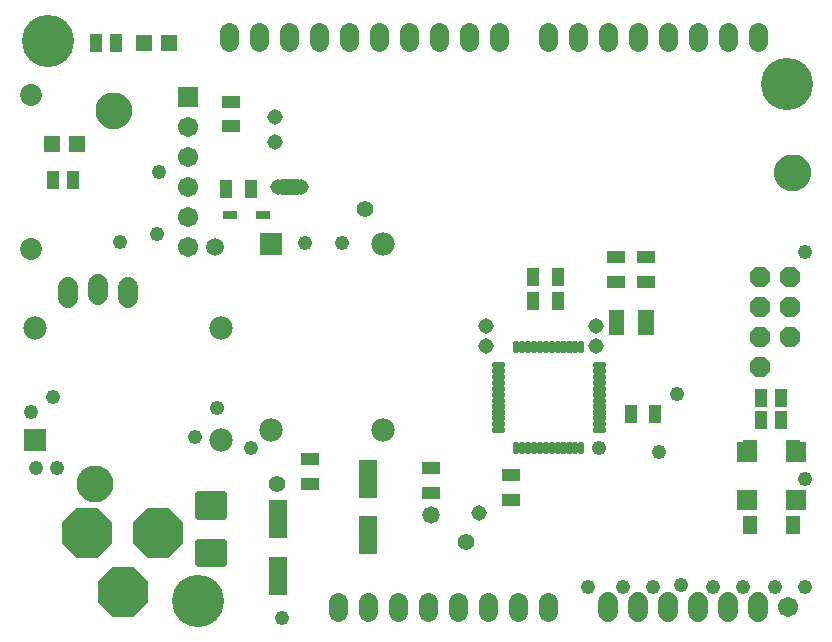
<source format=gts>
G75*
%MOIN*%
%OFA0B0*%
%FSLAX25Y25*%
%IPPOS*%
%LPD*%
%AMOC8*
5,1,8,0,0,1.08239X$1,22.5*
%
%ADD10R,0.06250X0.05625*%
%ADD11C,0.06540*%
%ADD12R,0.06312X0.12611*%
%ADD13R,0.06300X0.04400*%
%ADD14R,0.04400X0.06300*%
%ADD15C,0.01892*%
%ADD16R,0.04934X0.02965*%
%ADD17C,0.06400*%
%ADD18OC8,0.16548*%
%ADD19C,0.08477*%
%ADD20R,0.06737X0.06737*%
%ADD21C,0.06737*%
%ADD22R,0.05524X0.05524*%
%ADD23C,0.05162*%
%ADD24OC8,0.06902*%
%ADD25R,0.04737X0.06312*%
%ADD26C,0.07800*%
%ADD27R,0.07800X0.07800*%
%ADD28C,0.01648*%
%ADD29C,0.05950*%
%ADD30C,0.00154*%
%ADD31OC8,0.06800*%
%ADD32C,0.06800*%
%ADD33C,0.05000*%
%ADD34C,0.06706*%
%ADD35R,0.06706X0.07099*%
%ADD36C,0.04762*%
%ADD37C,0.07296*%
%ADD38C,0.17398*%
%ADD39C,0.05800*%
%ADD40C,0.05550*%
D10*
X0114875Y0166125D03*
D11*
X0221125Y0027847D02*
X0221125Y0024403D01*
X0231125Y0024403D02*
X0231125Y0027847D01*
X0241125Y0027847D02*
X0241125Y0024403D01*
X0251125Y0024403D02*
X0251125Y0027847D01*
X0261125Y0027847D02*
X0261125Y0024403D01*
X0271125Y0024403D02*
X0271125Y0027847D01*
D12*
X0141125Y0050114D03*
X0141125Y0069011D03*
X0111125Y0055574D03*
X0111125Y0036676D03*
D13*
X0121751Y0067291D03*
X0121751Y0075584D03*
X0162063Y0072459D03*
X0162063Y0064166D03*
X0188625Y0061979D03*
X0188625Y0070271D03*
X0223625Y0134479D03*
X0233625Y0134479D03*
X0233625Y0142771D03*
X0223625Y0142771D03*
X0095500Y0186354D03*
X0095500Y0194646D03*
D14*
X0093854Y0165500D03*
X0102146Y0165500D03*
X0042596Y0168625D03*
X0035904Y0168625D03*
X0050279Y0214250D03*
X0056971Y0214250D03*
X0196041Y0136125D03*
X0204334Y0136125D03*
X0204334Y0128312D03*
X0196041Y0128312D03*
X0228541Y0090500D03*
X0236834Y0090500D03*
X0272154Y0088625D03*
X0278846Y0088625D03*
X0278846Y0095812D03*
X0272154Y0095812D03*
D15*
X0093000Y0056153D02*
X0084250Y0056153D01*
X0084250Y0063721D01*
X0093000Y0063721D01*
X0093000Y0056153D01*
X0093000Y0058044D02*
X0084250Y0058044D01*
X0084250Y0059935D02*
X0093000Y0059935D01*
X0093000Y0061826D02*
X0084250Y0061826D01*
X0084250Y0063717D02*
X0093000Y0063717D01*
X0093000Y0040404D02*
X0084250Y0040404D01*
X0084250Y0047972D01*
X0093000Y0047972D01*
X0093000Y0040404D01*
X0093000Y0042295D02*
X0084250Y0042295D01*
X0084250Y0044186D02*
X0093000Y0044186D01*
X0093000Y0046077D02*
X0084250Y0046077D01*
X0084250Y0047968D02*
X0093000Y0047968D01*
D16*
X0094988Y0156750D03*
X0106012Y0156750D03*
D17*
X0104625Y0214445D02*
X0104625Y0217805D01*
X0094625Y0217805D02*
X0094625Y0214445D01*
X0114625Y0214445D02*
X0114625Y0217805D01*
X0124625Y0217805D02*
X0124625Y0214445D01*
X0134625Y0214445D02*
X0134625Y0217805D01*
X0144625Y0217805D02*
X0144625Y0214445D01*
X0154625Y0214445D02*
X0154625Y0217805D01*
X0164625Y0217805D02*
X0164625Y0214445D01*
X0174625Y0214445D02*
X0174625Y0217805D01*
X0184625Y0217805D02*
X0184625Y0214445D01*
X0201125Y0214445D02*
X0201125Y0217805D01*
X0211125Y0217805D02*
X0211125Y0214445D01*
X0221125Y0214445D02*
X0221125Y0217805D01*
X0231125Y0217805D02*
X0231125Y0214445D01*
X0241125Y0214445D02*
X0241125Y0217805D01*
X0251125Y0217805D02*
X0251125Y0214445D01*
X0261125Y0214445D02*
X0261125Y0217805D01*
X0271125Y0217805D02*
X0271125Y0214445D01*
X0201125Y0027860D02*
X0201125Y0024500D01*
X0191125Y0024500D02*
X0191125Y0027860D01*
X0181125Y0027860D02*
X0181125Y0024500D01*
X0171125Y0024500D02*
X0171125Y0027860D01*
X0161125Y0027860D02*
X0161125Y0024500D01*
X0151125Y0024500D02*
X0151125Y0027860D01*
X0141125Y0027860D02*
X0141125Y0024500D01*
X0131125Y0024500D02*
X0131125Y0027860D01*
D18*
X0071125Y0050825D03*
X0047525Y0050825D03*
X0059325Y0031125D03*
D19*
X0056325Y0031125D03*
X0062325Y0031125D03*
X0071125Y0047825D03*
X0071125Y0053825D03*
X0047525Y0053825D03*
X0047525Y0047825D03*
D20*
X0081125Y0196125D03*
D21*
X0081125Y0186125D03*
X0081125Y0176125D03*
X0081125Y0166125D03*
X0081125Y0156125D03*
X0081125Y0146125D03*
X0281125Y0026125D03*
D22*
X0074634Y0214250D03*
X0066366Y0214250D03*
X0044009Y0180500D03*
X0035741Y0180500D03*
D23*
X0109875Y0181248D03*
X0109875Y0189496D03*
X0111125Y0166125D03*
X0118625Y0166125D03*
X0180500Y0119875D03*
X0180500Y0113312D03*
X0217062Y0113312D03*
X0217062Y0119875D03*
X0178000Y0057376D03*
D24*
X0271625Y0116125D03*
X0281625Y0116125D03*
X0281625Y0126125D03*
X0271625Y0126125D03*
X0271625Y0136125D03*
X0281625Y0136125D03*
D25*
X0282783Y0078723D03*
X0268217Y0078723D03*
X0268217Y0053527D03*
X0282783Y0053527D03*
D26*
X0146184Y0085052D03*
X0108782Y0085052D03*
X0092198Y0081907D03*
X0092198Y0119309D03*
X0146184Y0147060D03*
X0030190Y0119309D03*
D27*
X0030190Y0081907D03*
X0108782Y0147060D03*
D28*
X0183045Y0106746D02*
X0185543Y0106746D01*
X0183045Y0106746D02*
X0183045Y0107158D01*
X0185543Y0107158D01*
X0185543Y0106746D01*
X0185543Y0104777D02*
X0183045Y0104777D01*
X0183045Y0105189D01*
X0185543Y0105189D01*
X0185543Y0104777D01*
X0185543Y0102809D02*
X0183045Y0102809D01*
X0183045Y0103221D01*
X0185543Y0103221D01*
X0185543Y0102809D01*
X0185543Y0100840D02*
X0183045Y0100840D01*
X0183045Y0101252D01*
X0185543Y0101252D01*
X0185543Y0100840D01*
X0185543Y0098872D02*
X0183045Y0098872D01*
X0183045Y0099284D01*
X0185543Y0099284D01*
X0185543Y0098872D01*
X0185543Y0096903D02*
X0183045Y0096903D01*
X0183045Y0097315D01*
X0185543Y0097315D01*
X0185543Y0096903D01*
X0185543Y0094935D02*
X0183045Y0094935D01*
X0183045Y0095347D01*
X0185543Y0095347D01*
X0185543Y0094935D01*
X0185543Y0092966D02*
X0183045Y0092966D01*
X0183045Y0093378D01*
X0185543Y0093378D01*
X0185543Y0092966D01*
X0185543Y0090998D02*
X0183045Y0090998D01*
X0183045Y0091410D01*
X0185543Y0091410D01*
X0185543Y0090998D01*
X0185543Y0089029D02*
X0183045Y0089029D01*
X0183045Y0089441D01*
X0185543Y0089441D01*
X0185543Y0089029D01*
X0185543Y0087061D02*
X0183045Y0087061D01*
X0183045Y0087473D01*
X0185543Y0087473D01*
X0185543Y0087061D01*
X0185543Y0085092D02*
X0183045Y0085092D01*
X0183045Y0085504D01*
X0185543Y0085504D01*
X0185543Y0085092D01*
X0190504Y0080543D02*
X0190504Y0078045D01*
X0190092Y0078045D01*
X0190092Y0080543D01*
X0190504Y0080543D01*
X0190504Y0079692D02*
X0190092Y0079692D01*
X0192473Y0080543D02*
X0192473Y0078045D01*
X0192061Y0078045D01*
X0192061Y0080543D01*
X0192473Y0080543D01*
X0192473Y0079692D02*
X0192061Y0079692D01*
X0194441Y0080543D02*
X0194441Y0078045D01*
X0194029Y0078045D01*
X0194029Y0080543D01*
X0194441Y0080543D01*
X0194441Y0079692D02*
X0194029Y0079692D01*
X0196410Y0080543D02*
X0196410Y0078045D01*
X0195998Y0078045D01*
X0195998Y0080543D01*
X0196410Y0080543D01*
X0196410Y0079692D02*
X0195998Y0079692D01*
X0198378Y0080543D02*
X0198378Y0078045D01*
X0197966Y0078045D01*
X0197966Y0080543D01*
X0198378Y0080543D01*
X0198378Y0079692D02*
X0197966Y0079692D01*
X0200347Y0080543D02*
X0200347Y0078045D01*
X0199935Y0078045D01*
X0199935Y0080543D01*
X0200347Y0080543D01*
X0200347Y0079692D02*
X0199935Y0079692D01*
X0202315Y0080543D02*
X0202315Y0078045D01*
X0201903Y0078045D01*
X0201903Y0080543D01*
X0202315Y0080543D01*
X0202315Y0079692D02*
X0201903Y0079692D01*
X0204284Y0080543D02*
X0204284Y0078045D01*
X0203872Y0078045D01*
X0203872Y0080543D01*
X0204284Y0080543D01*
X0204284Y0079692D02*
X0203872Y0079692D01*
X0206252Y0080543D02*
X0206252Y0078045D01*
X0205840Y0078045D01*
X0205840Y0080543D01*
X0206252Y0080543D01*
X0206252Y0079692D02*
X0205840Y0079692D01*
X0208221Y0080543D02*
X0208221Y0078045D01*
X0207809Y0078045D01*
X0207809Y0080543D01*
X0208221Y0080543D01*
X0208221Y0079692D02*
X0207809Y0079692D01*
X0210189Y0080543D02*
X0210189Y0078045D01*
X0209777Y0078045D01*
X0209777Y0080543D01*
X0210189Y0080543D01*
X0210189Y0079692D02*
X0209777Y0079692D01*
X0212158Y0080543D02*
X0212158Y0078045D01*
X0211746Y0078045D01*
X0211746Y0080543D01*
X0212158Y0080543D01*
X0212158Y0079692D02*
X0211746Y0079692D01*
X0216707Y0085092D02*
X0219205Y0085092D01*
X0216707Y0085092D02*
X0216707Y0085504D01*
X0219205Y0085504D01*
X0219205Y0085092D01*
X0219205Y0087061D02*
X0216707Y0087061D01*
X0216707Y0087473D01*
X0219205Y0087473D01*
X0219205Y0087061D01*
X0219205Y0089029D02*
X0216707Y0089029D01*
X0216707Y0089441D01*
X0219205Y0089441D01*
X0219205Y0089029D01*
X0219205Y0090998D02*
X0216707Y0090998D01*
X0216707Y0091410D01*
X0219205Y0091410D01*
X0219205Y0090998D01*
X0219205Y0092966D02*
X0216707Y0092966D01*
X0216707Y0093378D01*
X0219205Y0093378D01*
X0219205Y0092966D01*
X0219205Y0094935D02*
X0216707Y0094935D01*
X0216707Y0095347D01*
X0219205Y0095347D01*
X0219205Y0094935D01*
X0219205Y0096903D02*
X0216707Y0096903D01*
X0216707Y0097315D01*
X0219205Y0097315D01*
X0219205Y0096903D01*
X0219205Y0098872D02*
X0216707Y0098872D01*
X0216707Y0099284D01*
X0219205Y0099284D01*
X0219205Y0098872D01*
X0219205Y0100840D02*
X0216707Y0100840D01*
X0216707Y0101252D01*
X0219205Y0101252D01*
X0219205Y0100840D01*
X0219205Y0102809D02*
X0216707Y0102809D01*
X0216707Y0103221D01*
X0219205Y0103221D01*
X0219205Y0102809D01*
X0219205Y0104777D02*
X0216707Y0104777D01*
X0216707Y0105189D01*
X0219205Y0105189D01*
X0219205Y0104777D01*
X0219205Y0106746D02*
X0216707Y0106746D01*
X0216707Y0107158D01*
X0219205Y0107158D01*
X0219205Y0106746D01*
X0212158Y0111707D02*
X0212158Y0114205D01*
X0212158Y0111707D02*
X0211746Y0111707D01*
X0211746Y0114205D01*
X0212158Y0114205D01*
X0212158Y0113354D02*
X0211746Y0113354D01*
X0210189Y0114205D02*
X0210189Y0111707D01*
X0209777Y0111707D01*
X0209777Y0114205D01*
X0210189Y0114205D01*
X0210189Y0113354D02*
X0209777Y0113354D01*
X0208221Y0114205D02*
X0208221Y0111707D01*
X0207809Y0111707D01*
X0207809Y0114205D01*
X0208221Y0114205D01*
X0208221Y0113354D02*
X0207809Y0113354D01*
X0206252Y0114205D02*
X0206252Y0111707D01*
X0205840Y0111707D01*
X0205840Y0114205D01*
X0206252Y0114205D01*
X0206252Y0113354D02*
X0205840Y0113354D01*
X0204284Y0114205D02*
X0204284Y0111707D01*
X0203872Y0111707D01*
X0203872Y0114205D01*
X0204284Y0114205D01*
X0204284Y0113354D02*
X0203872Y0113354D01*
X0202315Y0114205D02*
X0202315Y0111707D01*
X0201903Y0111707D01*
X0201903Y0114205D01*
X0202315Y0114205D01*
X0202315Y0113354D02*
X0201903Y0113354D01*
X0200347Y0114205D02*
X0200347Y0111707D01*
X0199935Y0111707D01*
X0199935Y0114205D01*
X0200347Y0114205D01*
X0200347Y0113354D02*
X0199935Y0113354D01*
X0198378Y0114205D02*
X0198378Y0111707D01*
X0197966Y0111707D01*
X0197966Y0114205D01*
X0198378Y0114205D01*
X0198378Y0113354D02*
X0197966Y0113354D01*
X0196410Y0114205D02*
X0196410Y0111707D01*
X0195998Y0111707D01*
X0195998Y0114205D01*
X0196410Y0114205D01*
X0196410Y0113354D02*
X0195998Y0113354D01*
X0194441Y0114205D02*
X0194441Y0111707D01*
X0194029Y0111707D01*
X0194029Y0114205D01*
X0194441Y0114205D01*
X0194441Y0113354D02*
X0194029Y0113354D01*
X0192473Y0114205D02*
X0192473Y0111707D01*
X0192061Y0111707D01*
X0192061Y0114205D01*
X0192473Y0114205D01*
X0192473Y0113354D02*
X0192061Y0113354D01*
X0190504Y0114205D02*
X0190504Y0111707D01*
X0190092Y0111707D01*
X0190092Y0114205D01*
X0190504Y0114205D01*
X0190504Y0113354D02*
X0190092Y0113354D01*
D29*
X0089875Y0146125D03*
D30*
X0221216Y0125188D02*
X0226192Y0125188D01*
X0226192Y0117062D01*
X0221216Y0117062D01*
X0221216Y0125188D01*
X0221216Y0117215D02*
X0226192Y0117215D01*
X0226192Y0117368D02*
X0221216Y0117368D01*
X0221216Y0117521D02*
X0226192Y0117521D01*
X0226192Y0117674D02*
X0221216Y0117674D01*
X0221216Y0117827D02*
X0226192Y0117827D01*
X0226192Y0117980D02*
X0221216Y0117980D01*
X0221216Y0118133D02*
X0226192Y0118133D01*
X0226192Y0118286D02*
X0221216Y0118286D01*
X0221216Y0118439D02*
X0226192Y0118439D01*
X0226192Y0118592D02*
X0221216Y0118592D01*
X0221216Y0118745D02*
X0226192Y0118745D01*
X0226192Y0118898D02*
X0221216Y0118898D01*
X0221216Y0119051D02*
X0226192Y0119051D01*
X0226192Y0119204D02*
X0221216Y0119204D01*
X0221216Y0119357D02*
X0226192Y0119357D01*
X0226192Y0119510D02*
X0221216Y0119510D01*
X0221216Y0119663D02*
X0226192Y0119663D01*
X0226192Y0119816D02*
X0221216Y0119816D01*
X0221216Y0119969D02*
X0226192Y0119969D01*
X0226192Y0120122D02*
X0221216Y0120122D01*
X0221216Y0120275D02*
X0226192Y0120275D01*
X0226192Y0120428D02*
X0221216Y0120428D01*
X0221216Y0120581D02*
X0226192Y0120581D01*
X0226192Y0120734D02*
X0221216Y0120734D01*
X0221216Y0120887D02*
X0226192Y0120887D01*
X0226192Y0121040D02*
X0221216Y0121040D01*
X0221216Y0121193D02*
X0226192Y0121193D01*
X0226192Y0121346D02*
X0221216Y0121346D01*
X0221216Y0121499D02*
X0226192Y0121499D01*
X0226192Y0121652D02*
X0221216Y0121652D01*
X0221216Y0121805D02*
X0226192Y0121805D01*
X0226192Y0121958D02*
X0221216Y0121958D01*
X0221216Y0122111D02*
X0226192Y0122111D01*
X0226192Y0122264D02*
X0221216Y0122264D01*
X0221216Y0122417D02*
X0226192Y0122417D01*
X0226192Y0122570D02*
X0221216Y0122570D01*
X0221216Y0122723D02*
X0226192Y0122723D01*
X0226192Y0122876D02*
X0221216Y0122876D01*
X0221216Y0123029D02*
X0226192Y0123029D01*
X0226192Y0123182D02*
X0221216Y0123182D01*
X0221216Y0123335D02*
X0226192Y0123335D01*
X0226192Y0123488D02*
X0221216Y0123488D01*
X0221216Y0123641D02*
X0226192Y0123641D01*
X0226192Y0123794D02*
X0221216Y0123794D01*
X0221216Y0123947D02*
X0226192Y0123947D01*
X0226192Y0124100D02*
X0221216Y0124100D01*
X0221216Y0124253D02*
X0226192Y0124253D01*
X0226192Y0124406D02*
X0221216Y0124406D01*
X0221216Y0124559D02*
X0226192Y0124559D01*
X0226192Y0124712D02*
X0221216Y0124712D01*
X0221216Y0124865D02*
X0226192Y0124865D01*
X0226192Y0125018D02*
X0221216Y0125018D01*
X0221216Y0125171D02*
X0226192Y0125171D01*
X0231058Y0125188D02*
X0236034Y0125188D01*
X0236034Y0117062D01*
X0231058Y0117062D01*
X0231058Y0125188D01*
X0231058Y0117215D02*
X0236034Y0117215D01*
X0236034Y0117368D02*
X0231058Y0117368D01*
X0231058Y0117521D02*
X0236034Y0117521D01*
X0236034Y0117674D02*
X0231058Y0117674D01*
X0231058Y0117827D02*
X0236034Y0117827D01*
X0236034Y0117980D02*
X0231058Y0117980D01*
X0231058Y0118133D02*
X0236034Y0118133D01*
X0236034Y0118286D02*
X0231058Y0118286D01*
X0231058Y0118439D02*
X0236034Y0118439D01*
X0236034Y0118592D02*
X0231058Y0118592D01*
X0231058Y0118745D02*
X0236034Y0118745D01*
X0236034Y0118898D02*
X0231058Y0118898D01*
X0231058Y0119051D02*
X0236034Y0119051D01*
X0236034Y0119204D02*
X0231058Y0119204D01*
X0231058Y0119357D02*
X0236034Y0119357D01*
X0236034Y0119510D02*
X0231058Y0119510D01*
X0231058Y0119663D02*
X0236034Y0119663D01*
X0236034Y0119816D02*
X0231058Y0119816D01*
X0231058Y0119969D02*
X0236034Y0119969D01*
X0236034Y0120122D02*
X0231058Y0120122D01*
X0231058Y0120275D02*
X0236034Y0120275D01*
X0236034Y0120428D02*
X0231058Y0120428D01*
X0231058Y0120581D02*
X0236034Y0120581D01*
X0236034Y0120734D02*
X0231058Y0120734D01*
X0231058Y0120887D02*
X0236034Y0120887D01*
X0236034Y0121040D02*
X0231058Y0121040D01*
X0231058Y0121193D02*
X0236034Y0121193D01*
X0236034Y0121346D02*
X0231058Y0121346D01*
X0231058Y0121499D02*
X0236034Y0121499D01*
X0236034Y0121652D02*
X0231058Y0121652D01*
X0231058Y0121805D02*
X0236034Y0121805D01*
X0236034Y0121958D02*
X0231058Y0121958D01*
X0231058Y0122111D02*
X0236034Y0122111D01*
X0236034Y0122264D02*
X0231058Y0122264D01*
X0231058Y0122417D02*
X0236034Y0122417D01*
X0236034Y0122570D02*
X0231058Y0122570D01*
X0231058Y0122723D02*
X0236034Y0122723D01*
X0236034Y0122876D02*
X0231058Y0122876D01*
X0231058Y0123029D02*
X0236034Y0123029D01*
X0236034Y0123182D02*
X0231058Y0123182D01*
X0231058Y0123335D02*
X0236034Y0123335D01*
X0236034Y0123488D02*
X0231058Y0123488D01*
X0231058Y0123641D02*
X0236034Y0123641D01*
X0236034Y0123794D02*
X0231058Y0123794D01*
X0231058Y0123947D02*
X0236034Y0123947D01*
X0236034Y0124100D02*
X0231058Y0124100D01*
X0231058Y0124253D02*
X0236034Y0124253D01*
X0236034Y0124406D02*
X0231058Y0124406D01*
X0231058Y0124559D02*
X0236034Y0124559D01*
X0236034Y0124712D02*
X0231058Y0124712D01*
X0231058Y0124865D02*
X0236034Y0124865D01*
X0236034Y0125018D02*
X0231058Y0125018D01*
X0231058Y0125171D02*
X0236034Y0125171D01*
D31*
X0271625Y0106125D03*
D32*
X0061125Y0129325D02*
X0061125Y0132925D01*
X0051125Y0133925D02*
X0051125Y0130325D01*
X0041125Y0129325D02*
X0041125Y0132925D01*
D33*
X0052560Y0191750D02*
X0052562Y0191869D01*
X0052568Y0191988D01*
X0052578Y0192107D01*
X0052592Y0192225D01*
X0052610Y0192343D01*
X0052631Y0192460D01*
X0052657Y0192576D01*
X0052687Y0192692D01*
X0052720Y0192806D01*
X0052757Y0192919D01*
X0052798Y0193031D01*
X0052843Y0193142D01*
X0052891Y0193251D01*
X0052943Y0193358D01*
X0052999Y0193463D01*
X0053058Y0193567D01*
X0053120Y0193668D01*
X0053186Y0193768D01*
X0053255Y0193865D01*
X0053327Y0193959D01*
X0053403Y0194052D01*
X0053481Y0194141D01*
X0053562Y0194228D01*
X0053647Y0194313D01*
X0053734Y0194394D01*
X0053823Y0194472D01*
X0053916Y0194548D01*
X0054010Y0194620D01*
X0054107Y0194689D01*
X0054207Y0194755D01*
X0054308Y0194817D01*
X0054412Y0194876D01*
X0054517Y0194932D01*
X0054624Y0194984D01*
X0054733Y0195032D01*
X0054844Y0195077D01*
X0054956Y0195118D01*
X0055069Y0195155D01*
X0055183Y0195188D01*
X0055299Y0195218D01*
X0055415Y0195244D01*
X0055532Y0195265D01*
X0055650Y0195283D01*
X0055768Y0195297D01*
X0055887Y0195307D01*
X0056006Y0195313D01*
X0056125Y0195315D01*
X0056244Y0195313D01*
X0056363Y0195307D01*
X0056482Y0195297D01*
X0056600Y0195283D01*
X0056718Y0195265D01*
X0056835Y0195244D01*
X0056951Y0195218D01*
X0057067Y0195188D01*
X0057181Y0195155D01*
X0057294Y0195118D01*
X0057406Y0195077D01*
X0057517Y0195032D01*
X0057626Y0194984D01*
X0057733Y0194932D01*
X0057838Y0194876D01*
X0057942Y0194817D01*
X0058043Y0194755D01*
X0058143Y0194689D01*
X0058240Y0194620D01*
X0058334Y0194548D01*
X0058427Y0194472D01*
X0058516Y0194394D01*
X0058603Y0194313D01*
X0058688Y0194228D01*
X0058769Y0194141D01*
X0058847Y0194052D01*
X0058923Y0193959D01*
X0058995Y0193865D01*
X0059064Y0193768D01*
X0059130Y0193668D01*
X0059192Y0193567D01*
X0059251Y0193463D01*
X0059307Y0193358D01*
X0059359Y0193251D01*
X0059407Y0193142D01*
X0059452Y0193031D01*
X0059493Y0192919D01*
X0059530Y0192806D01*
X0059563Y0192692D01*
X0059593Y0192576D01*
X0059619Y0192460D01*
X0059640Y0192343D01*
X0059658Y0192225D01*
X0059672Y0192107D01*
X0059682Y0191988D01*
X0059688Y0191869D01*
X0059690Y0191750D01*
X0059688Y0191631D01*
X0059682Y0191512D01*
X0059672Y0191393D01*
X0059658Y0191275D01*
X0059640Y0191157D01*
X0059619Y0191040D01*
X0059593Y0190924D01*
X0059563Y0190808D01*
X0059530Y0190694D01*
X0059493Y0190581D01*
X0059452Y0190469D01*
X0059407Y0190358D01*
X0059359Y0190249D01*
X0059307Y0190142D01*
X0059251Y0190037D01*
X0059192Y0189933D01*
X0059130Y0189832D01*
X0059064Y0189732D01*
X0058995Y0189635D01*
X0058923Y0189541D01*
X0058847Y0189448D01*
X0058769Y0189359D01*
X0058688Y0189272D01*
X0058603Y0189187D01*
X0058516Y0189106D01*
X0058427Y0189028D01*
X0058334Y0188952D01*
X0058240Y0188880D01*
X0058143Y0188811D01*
X0058043Y0188745D01*
X0057942Y0188683D01*
X0057838Y0188624D01*
X0057733Y0188568D01*
X0057626Y0188516D01*
X0057517Y0188468D01*
X0057406Y0188423D01*
X0057294Y0188382D01*
X0057181Y0188345D01*
X0057067Y0188312D01*
X0056951Y0188282D01*
X0056835Y0188256D01*
X0056718Y0188235D01*
X0056600Y0188217D01*
X0056482Y0188203D01*
X0056363Y0188193D01*
X0056244Y0188187D01*
X0056125Y0188185D01*
X0056006Y0188187D01*
X0055887Y0188193D01*
X0055768Y0188203D01*
X0055650Y0188217D01*
X0055532Y0188235D01*
X0055415Y0188256D01*
X0055299Y0188282D01*
X0055183Y0188312D01*
X0055069Y0188345D01*
X0054956Y0188382D01*
X0054844Y0188423D01*
X0054733Y0188468D01*
X0054624Y0188516D01*
X0054517Y0188568D01*
X0054412Y0188624D01*
X0054308Y0188683D01*
X0054207Y0188745D01*
X0054107Y0188811D01*
X0054010Y0188880D01*
X0053916Y0188952D01*
X0053823Y0189028D01*
X0053734Y0189106D01*
X0053647Y0189187D01*
X0053562Y0189272D01*
X0053481Y0189359D01*
X0053403Y0189448D01*
X0053327Y0189541D01*
X0053255Y0189635D01*
X0053186Y0189732D01*
X0053120Y0189832D01*
X0053058Y0189933D01*
X0052999Y0190037D01*
X0052943Y0190142D01*
X0052891Y0190249D01*
X0052843Y0190358D01*
X0052798Y0190469D01*
X0052757Y0190581D01*
X0052720Y0190694D01*
X0052687Y0190808D01*
X0052657Y0190924D01*
X0052631Y0191040D01*
X0052610Y0191157D01*
X0052592Y0191275D01*
X0052578Y0191393D01*
X0052568Y0191512D01*
X0052562Y0191631D01*
X0052560Y0191750D01*
X0046310Y0067375D02*
X0046312Y0067494D01*
X0046318Y0067613D01*
X0046328Y0067732D01*
X0046342Y0067850D01*
X0046360Y0067968D01*
X0046381Y0068085D01*
X0046407Y0068201D01*
X0046437Y0068317D01*
X0046470Y0068431D01*
X0046507Y0068544D01*
X0046548Y0068656D01*
X0046593Y0068767D01*
X0046641Y0068876D01*
X0046693Y0068983D01*
X0046749Y0069088D01*
X0046808Y0069192D01*
X0046870Y0069293D01*
X0046936Y0069393D01*
X0047005Y0069490D01*
X0047077Y0069584D01*
X0047153Y0069677D01*
X0047231Y0069766D01*
X0047312Y0069853D01*
X0047397Y0069938D01*
X0047484Y0070019D01*
X0047573Y0070097D01*
X0047666Y0070173D01*
X0047760Y0070245D01*
X0047857Y0070314D01*
X0047957Y0070380D01*
X0048058Y0070442D01*
X0048162Y0070501D01*
X0048267Y0070557D01*
X0048374Y0070609D01*
X0048483Y0070657D01*
X0048594Y0070702D01*
X0048706Y0070743D01*
X0048819Y0070780D01*
X0048933Y0070813D01*
X0049049Y0070843D01*
X0049165Y0070869D01*
X0049282Y0070890D01*
X0049400Y0070908D01*
X0049518Y0070922D01*
X0049637Y0070932D01*
X0049756Y0070938D01*
X0049875Y0070940D01*
X0049994Y0070938D01*
X0050113Y0070932D01*
X0050232Y0070922D01*
X0050350Y0070908D01*
X0050468Y0070890D01*
X0050585Y0070869D01*
X0050701Y0070843D01*
X0050817Y0070813D01*
X0050931Y0070780D01*
X0051044Y0070743D01*
X0051156Y0070702D01*
X0051267Y0070657D01*
X0051376Y0070609D01*
X0051483Y0070557D01*
X0051588Y0070501D01*
X0051692Y0070442D01*
X0051793Y0070380D01*
X0051893Y0070314D01*
X0051990Y0070245D01*
X0052084Y0070173D01*
X0052177Y0070097D01*
X0052266Y0070019D01*
X0052353Y0069938D01*
X0052438Y0069853D01*
X0052519Y0069766D01*
X0052597Y0069677D01*
X0052673Y0069584D01*
X0052745Y0069490D01*
X0052814Y0069393D01*
X0052880Y0069293D01*
X0052942Y0069192D01*
X0053001Y0069088D01*
X0053057Y0068983D01*
X0053109Y0068876D01*
X0053157Y0068767D01*
X0053202Y0068656D01*
X0053243Y0068544D01*
X0053280Y0068431D01*
X0053313Y0068317D01*
X0053343Y0068201D01*
X0053369Y0068085D01*
X0053390Y0067968D01*
X0053408Y0067850D01*
X0053422Y0067732D01*
X0053432Y0067613D01*
X0053438Y0067494D01*
X0053440Y0067375D01*
X0053438Y0067256D01*
X0053432Y0067137D01*
X0053422Y0067018D01*
X0053408Y0066900D01*
X0053390Y0066782D01*
X0053369Y0066665D01*
X0053343Y0066549D01*
X0053313Y0066433D01*
X0053280Y0066319D01*
X0053243Y0066206D01*
X0053202Y0066094D01*
X0053157Y0065983D01*
X0053109Y0065874D01*
X0053057Y0065767D01*
X0053001Y0065662D01*
X0052942Y0065558D01*
X0052880Y0065457D01*
X0052814Y0065357D01*
X0052745Y0065260D01*
X0052673Y0065166D01*
X0052597Y0065073D01*
X0052519Y0064984D01*
X0052438Y0064897D01*
X0052353Y0064812D01*
X0052266Y0064731D01*
X0052177Y0064653D01*
X0052084Y0064577D01*
X0051990Y0064505D01*
X0051893Y0064436D01*
X0051793Y0064370D01*
X0051692Y0064308D01*
X0051588Y0064249D01*
X0051483Y0064193D01*
X0051376Y0064141D01*
X0051267Y0064093D01*
X0051156Y0064048D01*
X0051044Y0064007D01*
X0050931Y0063970D01*
X0050817Y0063937D01*
X0050701Y0063907D01*
X0050585Y0063881D01*
X0050468Y0063860D01*
X0050350Y0063842D01*
X0050232Y0063828D01*
X0050113Y0063818D01*
X0049994Y0063812D01*
X0049875Y0063810D01*
X0049756Y0063812D01*
X0049637Y0063818D01*
X0049518Y0063828D01*
X0049400Y0063842D01*
X0049282Y0063860D01*
X0049165Y0063881D01*
X0049049Y0063907D01*
X0048933Y0063937D01*
X0048819Y0063970D01*
X0048706Y0064007D01*
X0048594Y0064048D01*
X0048483Y0064093D01*
X0048374Y0064141D01*
X0048267Y0064193D01*
X0048162Y0064249D01*
X0048058Y0064308D01*
X0047957Y0064370D01*
X0047857Y0064436D01*
X0047760Y0064505D01*
X0047666Y0064577D01*
X0047573Y0064653D01*
X0047484Y0064731D01*
X0047397Y0064812D01*
X0047312Y0064897D01*
X0047231Y0064984D01*
X0047153Y0065073D01*
X0047077Y0065166D01*
X0047005Y0065260D01*
X0046936Y0065357D01*
X0046870Y0065457D01*
X0046808Y0065558D01*
X0046749Y0065662D01*
X0046693Y0065767D01*
X0046641Y0065874D01*
X0046593Y0065983D01*
X0046548Y0066094D01*
X0046507Y0066206D01*
X0046470Y0066319D01*
X0046437Y0066433D01*
X0046407Y0066549D01*
X0046381Y0066665D01*
X0046360Y0066782D01*
X0046342Y0066900D01*
X0046328Y0067018D01*
X0046318Y0067137D01*
X0046312Y0067256D01*
X0046310Y0067375D01*
X0278810Y0171114D02*
X0278812Y0171233D01*
X0278818Y0171352D01*
X0278828Y0171471D01*
X0278842Y0171589D01*
X0278860Y0171707D01*
X0278881Y0171824D01*
X0278907Y0171940D01*
X0278937Y0172056D01*
X0278970Y0172170D01*
X0279007Y0172283D01*
X0279048Y0172395D01*
X0279093Y0172506D01*
X0279141Y0172615D01*
X0279193Y0172722D01*
X0279249Y0172827D01*
X0279308Y0172931D01*
X0279370Y0173032D01*
X0279436Y0173132D01*
X0279505Y0173229D01*
X0279577Y0173323D01*
X0279653Y0173416D01*
X0279731Y0173505D01*
X0279812Y0173592D01*
X0279897Y0173677D01*
X0279984Y0173758D01*
X0280073Y0173836D01*
X0280166Y0173912D01*
X0280260Y0173984D01*
X0280357Y0174053D01*
X0280457Y0174119D01*
X0280558Y0174181D01*
X0280662Y0174240D01*
X0280767Y0174296D01*
X0280874Y0174348D01*
X0280983Y0174396D01*
X0281094Y0174441D01*
X0281206Y0174482D01*
X0281319Y0174519D01*
X0281433Y0174552D01*
X0281549Y0174582D01*
X0281665Y0174608D01*
X0281782Y0174629D01*
X0281900Y0174647D01*
X0282018Y0174661D01*
X0282137Y0174671D01*
X0282256Y0174677D01*
X0282375Y0174679D01*
X0282494Y0174677D01*
X0282613Y0174671D01*
X0282732Y0174661D01*
X0282850Y0174647D01*
X0282968Y0174629D01*
X0283085Y0174608D01*
X0283201Y0174582D01*
X0283317Y0174552D01*
X0283431Y0174519D01*
X0283544Y0174482D01*
X0283656Y0174441D01*
X0283767Y0174396D01*
X0283876Y0174348D01*
X0283983Y0174296D01*
X0284088Y0174240D01*
X0284192Y0174181D01*
X0284293Y0174119D01*
X0284393Y0174053D01*
X0284490Y0173984D01*
X0284584Y0173912D01*
X0284677Y0173836D01*
X0284766Y0173758D01*
X0284853Y0173677D01*
X0284938Y0173592D01*
X0285019Y0173505D01*
X0285097Y0173416D01*
X0285173Y0173323D01*
X0285245Y0173229D01*
X0285314Y0173132D01*
X0285380Y0173032D01*
X0285442Y0172931D01*
X0285501Y0172827D01*
X0285557Y0172722D01*
X0285609Y0172615D01*
X0285657Y0172506D01*
X0285702Y0172395D01*
X0285743Y0172283D01*
X0285780Y0172170D01*
X0285813Y0172056D01*
X0285843Y0171940D01*
X0285869Y0171824D01*
X0285890Y0171707D01*
X0285908Y0171589D01*
X0285922Y0171471D01*
X0285932Y0171352D01*
X0285938Y0171233D01*
X0285940Y0171114D01*
X0285938Y0170995D01*
X0285932Y0170876D01*
X0285922Y0170757D01*
X0285908Y0170639D01*
X0285890Y0170521D01*
X0285869Y0170404D01*
X0285843Y0170288D01*
X0285813Y0170172D01*
X0285780Y0170058D01*
X0285743Y0169945D01*
X0285702Y0169833D01*
X0285657Y0169722D01*
X0285609Y0169613D01*
X0285557Y0169506D01*
X0285501Y0169401D01*
X0285442Y0169297D01*
X0285380Y0169196D01*
X0285314Y0169096D01*
X0285245Y0168999D01*
X0285173Y0168905D01*
X0285097Y0168812D01*
X0285019Y0168723D01*
X0284938Y0168636D01*
X0284853Y0168551D01*
X0284766Y0168470D01*
X0284677Y0168392D01*
X0284584Y0168316D01*
X0284490Y0168244D01*
X0284393Y0168175D01*
X0284293Y0168109D01*
X0284192Y0168047D01*
X0284088Y0167988D01*
X0283983Y0167932D01*
X0283876Y0167880D01*
X0283767Y0167832D01*
X0283656Y0167787D01*
X0283544Y0167746D01*
X0283431Y0167709D01*
X0283317Y0167676D01*
X0283201Y0167646D01*
X0283085Y0167620D01*
X0282968Y0167599D01*
X0282850Y0167581D01*
X0282732Y0167567D01*
X0282613Y0167557D01*
X0282494Y0167551D01*
X0282375Y0167549D01*
X0282256Y0167551D01*
X0282137Y0167557D01*
X0282018Y0167567D01*
X0281900Y0167581D01*
X0281782Y0167599D01*
X0281665Y0167620D01*
X0281549Y0167646D01*
X0281433Y0167676D01*
X0281319Y0167709D01*
X0281206Y0167746D01*
X0281094Y0167787D01*
X0280983Y0167832D01*
X0280874Y0167880D01*
X0280767Y0167932D01*
X0280662Y0167988D01*
X0280558Y0168047D01*
X0280457Y0168109D01*
X0280357Y0168175D01*
X0280260Y0168244D01*
X0280166Y0168316D01*
X0280073Y0168392D01*
X0279984Y0168470D01*
X0279897Y0168551D01*
X0279812Y0168636D01*
X0279731Y0168723D01*
X0279653Y0168812D01*
X0279577Y0168905D01*
X0279505Y0168999D01*
X0279436Y0169096D01*
X0279370Y0169196D01*
X0279308Y0169297D01*
X0279249Y0169401D01*
X0279193Y0169506D01*
X0279141Y0169613D01*
X0279093Y0169722D01*
X0279048Y0169833D01*
X0279007Y0169945D01*
X0278970Y0170058D01*
X0278937Y0170172D01*
X0278907Y0170288D01*
X0278881Y0170404D01*
X0278860Y0170521D01*
X0278842Y0170639D01*
X0278828Y0170757D01*
X0278818Y0170876D01*
X0278812Y0170995D01*
X0278810Y0171114D01*
D34*
X0282375Y0171114D03*
X0056125Y0191750D03*
X0049875Y0067375D03*
D35*
X0267314Y0061821D03*
X0283849Y0061821D03*
X0283849Y0077963D03*
X0267314Y0077963D03*
D36*
X0286750Y0068938D03*
X0286750Y0033000D03*
X0276750Y0033000D03*
X0266125Y0033000D03*
X0256125Y0033000D03*
X0245525Y0033400D03*
X0236125Y0033000D03*
X0226125Y0033000D03*
X0214250Y0033000D03*
X0218000Y0079250D03*
X0238000Y0078000D03*
X0243937Y0097062D03*
X0286750Y0144563D03*
X0132375Y0147375D03*
X0119875Y0147375D03*
X0071438Y0171125D03*
X0070813Y0150500D03*
X0058312Y0148000D03*
X0036125Y0096125D03*
X0028625Y0091125D03*
X0030500Y0072375D03*
X0037375Y0072375D03*
X0083313Y0083000D03*
X0090812Y0092375D03*
X0102062Y0079250D03*
X0112375Y0022375D03*
D37*
X0028625Y0145500D03*
X0028625Y0196750D03*
D38*
X0034254Y0214939D03*
X0084270Y0028316D03*
X0280583Y0200559D03*
D39*
X0162063Y0056750D03*
D40*
X0173674Y0047698D03*
X0110841Y0067079D03*
X0139875Y0158938D03*
M02*

</source>
